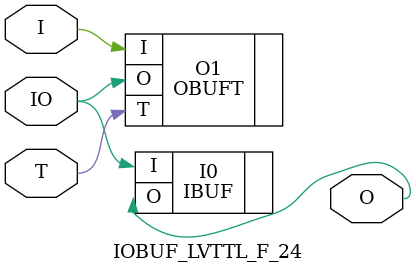
<source format=v>


`timescale  1 ps / 1 ps


module IOBUF_LVTTL_F_24 (O, IO, I, T);

    output O;

    inout  IO;

    input  I, T;

        OBUFT #(.IOSTANDARD("LVTTL"), .SLEW("FAST"), .DRIVE(24)) O1 (.O(IO), .I(I), .T(T)); 
	IBUF #(.IOSTANDARD("LVTTL"))  I0 (.O(O), .I(IO));
        

endmodule



</source>
